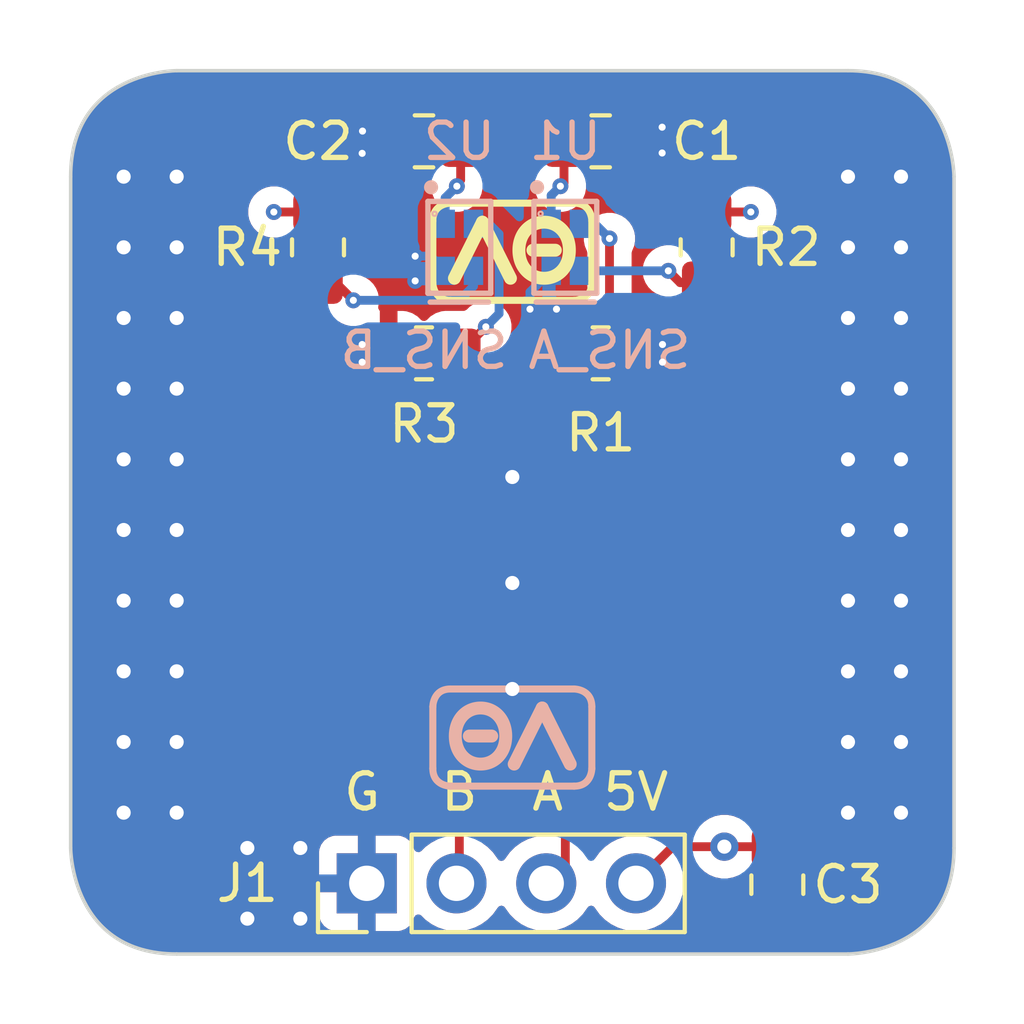
<source format=kicad_pcb>
(kicad_pcb (version 20241229) (generator "pcbnew") (generator_version "9.0")
  (layers (0 "F.Cu" power) (4 "In1.Cu" signal) (6 "In2.Cu" signal) (2 "B.Cu" power) (13 "F.Paste" user) (15 "B.Paste" user) (5 "F.SilkS" user "F.Silkscreen") (7 "B.SilkS" user "B.Silkscreen") (1 "F.Mask" user) (3 "B.Mask" user) (25 "Edge.Cuts" user))
  (net 0 "")
  (net 1 "GND")
  (net 2 "Net-(U1-A)")
  (net 3 "Net-(U2-A)")
  (net 4 "SENSE_A")
  (net 5 "+5V")
  (net 6 "SENSE_B")
  (footprint "Resistor_SMD:R_0805_2012Metric_Pad1.20x1.40mm_HandSolder" (layer "F.Cu") (at 110 108 180)
    (property "Reference" "R3" (at 0 -2 0) (layer "F.SilkS"))
    (property "Value" "680" (hide yes))
    (fp_line (start -0.227064 0.735) (end 0.227064 0.735) (stroke (width 0.12)) (layer "F.SilkS"))
    (fp_line (start -0.227064 -0.735) (end 0.227064 -0.735) (stroke (width 0.12)) (layer "F.SilkS"))
    (pad "1" smd roundrect (at -1 0 180) (size 1.2 1.4) (layers "F.Cu" "F.Mask" "F.Paste") (roundrect_rratio 0.208333) (net 6 "SENSE_B"))
    (pad "2" smd roundrect (at 1 0 180) (size 1.2 1.4) (layers "F.Cu" "F.Mask" "F.Paste") (roundrect_rratio 0.208333) (net 1 "GND"))
  )
  (footprint "Resistor_SMD:R_0805_2012Metric_Pad1.20x1.40mm_HandSolder" (layer "F.Cu") (at 118 105 90)
    (property "Reference" "R2" (at 0 2.25 180) (layer "F.SilkS"))
    (property "Value" "390" (hide yes))
    (fp_line (start -0.227064 -0.735) (end 0.227064 -0.735) (stroke (width 0.12)) (layer "F.SilkS"))
    (fp_line (start -0.227064 0.735) (end 0.227064 0.735) (stroke (width 0.12)) (layer "F.SilkS"))
    (pad "1" smd roundrect (at -1 0 90) (size 1.2 1.4) (layers "F.Cu" "F.Mask" "F.Paste") (roundrect_rratio 0.208333) (net 2 "Net-(U1-A)"))
    (pad "2" smd roundrect (at 1 0 90) (size 1.2 1.4) (layers "F.Cu" "F.Mask" "F.Paste") (roundrect_rratio 0.208333) (net 5 "+5V"))
  )
  (footprint "Capacitor_SMD:C_0805_2012Metric_Pad1.18x1.45mm_HandSolder" (layer "F.Cu") (at 110 102 180)
    (property "Reference" "C2" (at 3 0 180) (layer "F.SilkS"))
    (property "Value" "100nF" (hide yes))
    (fp_line (start -0.261252 0.735) (end 0.261252 0.735) (stroke (width 0.12)) (layer "F.SilkS"))
    (fp_line (start -0.261252 -0.735) (end 0.261252 -0.735) (stroke (width 0.12)) (layer "F.SilkS"))
    (pad "1" smd roundrect (at -1.0375 0 180) (size 1.175 1.45) (layers "F.Cu" "F.Mask" "F.Paste") (roundrect_rratio 0.212766) (net 5 "+5V"))
    (pad "2" smd roundrect (at 1.0375 0 180) (size 1.175 1.45) (layers "F.Cu" "F.Mask" "F.Paste") (roundrect_rratio 0.212766) (net 1 "GND"))
  )
  (footprint "Connector_PinHeader_2.54mm:PinHeader_1x04_P2.54mm_Vertical" (layer "F.Cu") (at 108.38 123 90)
    (property "Reference" "J1" (at 0 -3.38 180) (layer "F.SilkS"))
    (property "Value" "Conn_01x04" (hide yes))
    (fp_line (start -1.38 -1.38) (end 0 -1.38) (stroke (width 0.12)) (layer "F.SilkS"))
    (fp_line (start -1.38 0) (end -1.38 -1.38) (stroke (width 0.12)) (layer "F.SilkS"))
    (fp_line (start 1.38 1.27) (end 1.38 9) (stroke (width 0.12)) (layer "F.SilkS"))
    (fp_line (start -1.38 1.27) (end 1.38 1.27) (stroke (width 0.12)) (layer "F.SilkS"))
    (fp_line (start -1.38 1.27) (end -1.38 9) (stroke (width 0.12)) (layer "F.SilkS"))
    (fp_line (start -1.38 9) (end 1.38 9) (stroke (width 0.12)) (layer "F.SilkS"))
    (pad "1" thru_hole rect (at 0 0 90) (size 1.7 1.7) (drill 1) (layers "*.Cu" "*.Mask") (net 1 "GND"))
    (pad "2" thru_hole circle (at 0 2.54 90) (size 1.7 1.7) (drill 1) (layers "*.Cu" "*.Mask") (net 6 "SENSE_B"))
    (pad "3" thru_hole circle (at 0 5.08 90) (size 1.7 1.7) (drill 1) (layers "*.Cu" "*.Mask") (net 4 "SENSE_A"))
    (pad "4" thru_hole circle (at 0 7.62 90) (size 1.7 1.7) (drill 1) (layers "*.Cu" "*.Mask") (net 5 "+5V"))
  )
  (footprint "Resistor_SMD:R_0805_2012Metric_Pad1.20x1.40mm_HandSolder" (layer "F.Cu") (at 107 105 90)
    (property "Reference" "R4" (at 0 -2 0) (layer "F.SilkS"))
    (property "Value" "390" (hide yes))
    (fp_line (start -0.227064 -0.735) (end 0.227064 -0.735) (stroke (width 0.12)) (layer "F.SilkS"))
    (fp_line (start -0.227064 0.735) (end 0.227064 0.735) (stroke (width 0.12)) (layer "F.SilkS"))
    (pad "1" smd roundrect (at -1 0 90) (size 1.2 1.4) (layers "F.Cu" "F.Mask" "F.Paste") (roundrect_rratio 0.208333) (net 3 "Net-(U2-A)"))
    (pad "2" smd roundrect (at 1 0 90) (size 1.2 1.4) (layers "F.Cu" "F.Mask" "F.Paste") (roundrect_rratio 0.208333) (net 5 "+5V"))
  )
  (footprint "Resistor_SMD:R_0805_2012Metric_Pad1.20x1.40mm_HandSolder" (layer "F.Cu") (at 115 108)
    (property "Reference" "R1" (at 0 2.25 0) (layer "F.SilkS"))
    (property "Value" "680" (hide yes))
    (fp_line (start -0.227064 -0.735) (end 0.227064 -0.735) (stroke (width 0.12)) (layer "F.SilkS"))
    (fp_line (start -0.227064 0.735) (end 0.227064 0.735) (stroke (width 0.12)) (layer "F.SilkS"))
    (pad "1" smd roundrect (at -1 0) (size 1.2 1.4) (layers "F.Cu" "F.Mask" "F.Paste") (roundrect_rratio 0.208333) (net 4 "SENSE_A"))
    (pad "2" smd roundrect (at 1 0) (size 1.2 1.4) (layers "F.Cu" "F.Mask" "F.Paste") (roundrect_rratio 0.208333) (net 1 "GND"))
  )
  (footprint "Capacitor_SMD:C_0805_2012Metric_Pad1.18x1.45mm_HandSolder" (layer "F.Cu") (at 115 102)
    (property "Reference" "C1" (at 3 0 180) (layer "F.SilkS"))
    (property "Value" "100nF" (hide yes))
    (fp_line (start -0.261252 -0.735) (end 0.261252 -0.735) (stroke (width 0.12)) (layer "F.SilkS"))
    (fp_line (start -0.261252 0.735) (end 0.261252 0.735) (stroke (width 0.12)) (layer "F.SilkS"))
    (pad "1" smd roundrect (at -1.0375 0) (size 1.175 1.45) (layers "F.Cu" "F.Mask" "F.Paste") (roundrect_rratio 0.212766) (net 5 "+5V"))
    (pad "2" smd roundrect (at 1.0375 0) (size 1.175 1.45) (layers "F.Cu" "F.Mask" "F.Paste") (roundrect_rratio 0.212766) (net 1 "GND"))
  )
  (footprint "Capacitor_SMD:C_0805_2012Metric_Pad1.18x1.45mm_HandSolder" (layer "F.Cu") (at 120 123.0375 -90)
    (property "Reference" "C3" (at 0 -2 0) (layer "F.SilkS"))
    (property "Value" "10uF" (hide yes))
    (fp_line (start -0.261252 0.735) (end 0.261252 0.735) (stroke (width 0.12)) (layer "F.SilkS"))
    (fp_line (start -0.261252 -0.735) (end 0.261252 -0.735) (stroke (width 0.12)) (layer "F.SilkS"))
    (pad "1" smd roundrect (at -1.0375 0 270) (size 1.175 1.45) (layers "F.Cu" "F.Mask" "F.Paste") (roundrect_rratio 0.212766) (net 5 "+5V"))
    (pad "2" smd roundrect (at 1.0375 0 270) (size 1.175 1.45) (layers "F.Cu" "F.Mask" "F.Paste") (roundrect_rratio 0.212766) (net 1 "GND"))
  )
  (footprint "open-servo-controller:OPTO-SMD-4_ITR1204SR10A" (layer "B.Cu") (at 114 105)
    (property "Reference" "U1" (at 0 -3 0) (layer "B.SilkS") (effects (justify mirror)))
    (property "Value" "ITR1204SR10A_TR(BY)" (hide yes))
    (fp_line (start -0.8889 -1.299975) (end -0.8889 1.300051) (stroke (width 0.151994)) (layer "B.SilkS"))
    (fp_line (start -0.8889 -1.299975) (end 0.889103 -1.299975) (stroke (width 0.151994)) (layer "B.SilkS"))
    (fp_line (start -0.8889 1.300051) (end 0.889027 1.300051) (stroke (width 0.151994)) (layer "B.SilkS"))
    (fp_line (start -0.824968 1.550013) (end 0.825019 1.550013) (stroke (width 0.151994)) (layer "B.SilkS"))
    (fp_line (start 0.889103 -1.299975) (end 0.889027 1.300051) (stroke (width 0.151994)) (layer "B.SilkS"))
    (fp_circle (center -0.799949 -1.699975) (end -0.699949 -1.699975) (stroke (width 0.2)) (fill no) (layer "B.SilkS"))
    (fp_circle (center -0.700025 -0.949962) (end -0.670028 -0.949962) (stroke (width 0.059995)) (fill no) (layer "B.SilkS"))
    (pad "1" smd rect (at -0.400051 -0.664973 270) (size 0.8 0.550013) (layers "B.Cu" "B.Mask" "B.Paste") (net 5 "+5V"))
    (pad "2" smd rect (at 0.400051 -0.664973 270) (size 0.8 0.550013) (layers "B.Cu" "B.Mask" "B.Paste") (net 4 "SENSE_A"))
    (pad "3" smd rect (at 0.400051 0.664973 270) (size 0.8 0.550013) (layers "B.Cu" "B.Mask" "B.Paste") (net 2 "Net-(U1-A)"))
    (pad "4" smd rect (at -0.399797 0.664973 270) (size 0.8 0.550013) (layers "B.Cu" "B.Mask" "B.Paste") (net 1 "GND"))
  )
  (footprint "open-servo-controller:OPTO-SMD-4_ITR1204SR10A" (layer "B.Cu") (at 111 105)
    (property "Reference" "U2" (at 0 -3 0) (layer "B.SilkS") (effects (justify mirror)))
    (property "Value" "ITR1204SR10A_TR(BY)" (hide yes))
    (fp_line (start -0.8889 -1.299975) (end -0.8889 1.300051) (stroke (width 0.151994)) (layer "B.SilkS"))
    (fp_line (start -0.8889 -1.299975) (end 0.889103 -1.299975) (stroke (width 0.151994)) (layer "B.SilkS"))
    (fp_line (start -0.8889 1.300051) (end 0.889027 1.300051) (stroke (width 0.151994)) (layer "B.SilkS"))
    (fp_line (start -0.824968 1.550013) (end 0.825019 1.550013) (stroke (width 0.151994)) (layer "B.SilkS"))
    (fp_line (start 0.889103 -1.299975) (end 0.889027 1.300051) (stroke (width 0.151994)) (layer "B.SilkS"))
    (fp_circle (center -0.799949 -1.699975) (end -0.699949 -1.699975) (stroke (width 0.2)) (fill no) (layer "B.SilkS"))
    (fp_circle (center -0.700025 -0.949962) (end -0.670028 -0.949962) (stroke (width 0.059995)) (fill no) (layer "B.SilkS"))
    (pad "1" smd rect (at -0.400051 -0.664973 270) (size 0.8 0.550013) (layers "B.Cu" "B.Mask" "B.Paste") (net 5 "+5V"))
    (pad "2" smd rect (at 0.400051 -0.664973 270) (size 0.8 0.550013) (layers "B.Cu" "B.Mask" "B.Paste") (net 6 "SENSE_B"))
    (pad "3" smd rect (at 0.400051 0.664973 270) (size 0.8 0.550013) (layers "B.Cu" "B.Mask" "B.Paste") (net 3 "Net-(U2-A)"))
    (pad "4" smd rect (at -0.399797 0.664973 270) (size 0.8 0.550013) (layers "B.Cu" "B.Mask" "B.Paste") (net 1 "GND"))
  )
  (gr_line (start 114.25 106.5) (end 110.75 106.5) (stroke (width 0.2)) (layer "F.SilkS"))
  (gr_line (start 111.654191 104.288074) (end 112.447941 105.875574) (stroke (width 0.365124) (color 128 128 128 1)) (layer "F.SilkS"))
  (gr_line (start 114.75 104.25) (end 114.75 106) (stroke (width 0.2)) (layer "F.SilkS"))
  (gr_poly (pts (xy 113.437408 104.288999) (xy 113.473867 104.291756) (xy 113.509773 104.296315) (xy 113.545083 104.302647) (xy 113.579754 104.310723) (xy 113.613742 104.320514) (xy 113.647003 104.331991) (xy 113.679493 104.345125) (xy 113.71117 104.359886) (xy 113.74199 104.376247) (xy 113.771908 104.394177) (xy 113.800881 104.413648) (xy 113.828867 104.43463) (xy 113.85582 104.457095) (xy 113.881698 104.481013) (xy 113.906456 104.506355) (xy 113.930052 104.533093) (xy 113.952442 104.561197) (xy 113.973582 104.590638) (xy 113.993428 104.621387) (xy 114.011937 104.653415) (xy 114.029065 104.686693) (xy 114.044769 104.721192) (xy 114.059005 104.756882) (xy 114.07173 104.793736) (xy 114.082899 104.831723) (xy 114.09247 104.870814) (xy 114.100398 104.910982) (xy 114.10664 104.952195) (xy 114.111153 104.994426) (xy 114.113893 105.037645) (xy 114.114816 105.081824) (xy 114.113893 105.126002) (xy 114.111153 105.169222) (xy 114.10664 105.211453) (xy 114.100398 105.252666) (xy 114.09247 105.292833) (xy 114.082899 105.331925) (xy 114.07173 105.369912) (xy 114.059005 105.406765) (xy 114.044769 105.442456) (xy 114.029065 105.476955) (xy 114.011937 105.510233) (xy 113.993428 105.542261) (xy 113.973582 105.57301) (xy 113.952442 105.602451) (xy 113.930052 105.630555) (xy 113.906456 105.657293) (xy 113.881698 105.682635) (xy 113.85582 105.706553) (xy 113.828867 105.729018) (xy 113.800881 105.75) (xy 113.771908 105.769471) (xy 113.74199 105.787401) (xy 113.71117 105.803761) (xy 113.679493 105.818523) (xy 113.647003 105.831657) (xy 113.613742 105.843134) (xy 113.579754 105.852925) (xy 113.545083 105.861001) (xy 113.509773 105.867333) (xy 113.473867 105.871892) (xy 113.437408 105.874648) (xy 113.400441 105.875574) (xy 113.363474 105.874648) (xy 113.327015 105.871892) (xy 113.291109 105.867333) (xy 113.255798 105.861001) (xy 113.221128 105.852925) (xy 113.18714 105.843134) (xy 113.153879 105.831657) (xy 113.121388 105.818523) (xy 113.089711 105.803761) (xy 113.058892 105.787401) (xy 113.028974 105.769471) (xy 113 105.75) (xy 112.972015 105.729018) (xy 112.945062 105.706553) (xy 112.919184 105.682635) (xy 112.894425 105.657293) (xy 112.870829 105.630555) (xy 112.84844 105.602451) (xy 112.8273 105.57301) (xy 112.807454 105.542261) (xy 112.788945 105.510233) (xy 112.771816 105.476955) (xy 112.756112 105.442456) (xy 112.741876 105.406765) (xy 112.729152 105.369912) (xy 112.717982 105.331925) (xy 112.708412 105.292833) (xy 112.700483 105.252666) (xy 112.694241 105.211453) (xy 112.689728 105.169222) (xy 112.686989 105.126002) (xy 112.686066 105.081824) (xy 112.686989 105.037645) (xy 112.689728 104.994426) (xy 112.694241 104.952195) (xy 112.700483 104.910982) (xy 112.708412 104.870814) (xy 112.717982 104.831723) (xy 112.729152 104.793736) (xy 112.741876 104.756882) (xy 112.756112 104.721192) (xy 112.771816 104.686693) (xy 112.788945 104.653415) (xy 112.807454 104.621387) (xy 112.8273 104.590638) (xy 112.84844 104.561197) (xy 112.870829 104.533093) (xy 112.894425 104.506355) (xy 112.919184 104.481013) (xy 112.945062 104.457095) (xy 112.972015 104.43463) (xy 113 104.413648) (xy 113.028974 104.394177) (xy 113.058892 104.376247) (xy 113.089711 104.359886) (xy 113.121388 104.345125) (xy 113.153879 104.331991) (xy 113.18714 104.320514) (xy 113.221128 104.310723) (xy 113.255798 104.302647) (xy 113.291109 104.296315) (xy 113.327015 104.291756) (xy 113.363474 104.288999) (xy 113.400441 104.288074)) (stroke (width 0.365124) (color 128 128 128 1)) (fill no) (layer "F.SilkS"))
  (gr_curve (pts (xy 110.75 106.5) (xy 110.25 106.5) (xy 110.25 106) (xy 110.25 106)) (stroke (width 0.2)) (layer "F.SilkS"))
  (gr_line (start 110.25 106) (end 110.25 104.25) (stroke (width 0.2)) (layer "F.SilkS"))
  (gr_line (start 110.860441 105.875574) (end 111.654191 104.288074) (stroke (width 0.365124) (color 128 128 128 1)) (layer "F.SilkS"))
  (gr_curve (pts (xy 114.75 106) (xy 114.75 106.5) (xy 114.25 106.5) (xy 114.25 106.5)) (stroke (width 0.2)) (layer "F.SilkS"))
  (gr_curve (pts (xy 114.25 103.75) (xy 114.75 103.75) (xy 114.75 104.25) (xy 114.75 104.25)) (stroke (width 0.2)) (layer "F.SilkS"))
  (gr_line (start 113.082941 105.081824) (end 113.717941 105.081824) (stroke (width 0.365124) (color 128 128 128 1)) (layer "F.SilkS"))
  (gr_line (start 110.75 103.75) (end 114.25 103.75) (stroke (width 0.2)) (layer "F.SilkS"))
  (gr_curve (pts (xy 110.25 104.25) (xy 110.25 103.75) (xy 110.75 103.75) (xy 110.75 103.75)) (stroke (width 0.2)) (layer "F.SilkS"))
  (gr_line (start 110.25 118) (end 110.25 119.75) (stroke (width 0.2)) (layer "B.SilkS"))
  (gr_curve (pts (xy 114.25 120.25) (xy 114.75 120.25) (xy 114.75 119.75) (xy 114.75 119.75)) (stroke (width 0.2)) (layer "B.SilkS"))
  (gr_curve (pts (xy 110.75 117.5) (xy 110.25 117.5) (xy 110.25 118) (xy 110.25 118)) (stroke (width 0.2)) (layer "B.SilkS"))
  (gr_line (start 111.917059 118.831824) (end 111.282059 118.831824) (stroke (width 0.365124) (color 128 128 128 1)) (layer "B.SilkS"))
  (gr_curve (pts (xy 114.75 118) (xy 114.75 117.5) (xy 114.25 117.5) (xy 114.25 117.5)) (stroke (width 0.2)) (layer "B.SilkS"))
  (gr_line (start 114.25 117.5) (end 110.75 117.5) (stroke (width 0.2)) (layer "B.SilkS"))
  (gr_poly (pts (xy 111.562592 118.038999) (xy 111.526133 118.041756) (xy 111.490227 118.046315) (xy 111.454917 118.052647) (xy 111.420246 118.060723) (xy 111.386258 118.070514) (xy 111.352997 118.081991) (xy 111.320507 118.095125) (xy 111.28883 118.109886) (xy 111.25801 118.126247) (xy 111.228092 118.144177) (xy 111.199119 118.163648) (xy 111.171133 118.18463) (xy 111.14418 118.207095) (xy 111.118302 118.231013) (xy 111.093544 118.256355) (xy 111.069948 118.283093) (xy 111.047558 118.311197) (xy 111.026418 118.340638) (xy 111.006572 118.371387) (xy 110.988063 118.403415) (xy 110.970935 118.436693) (xy 110.955231 118.471192) (xy 110.940995 118.506882) (xy 110.92827 118.543736) (xy 110.917101 118.581723) (xy 110.90753 118.620814) (xy 110.899602 118.660982) (xy 110.89336 118.702195) (xy 110.888847 118.744426) (xy 110.886107 118.787645) (xy 110.885184 118.831824) (xy 110.886107 118.876002) (xy 110.888847 118.919222) (xy 110.89336 118.961453) (xy 110.899602 119.002666) (xy 110.90753 119.042833) (xy 110.917101 119.081925) (xy 110.92827 119.119912) (xy 110.940995 119.156765) (xy 110.955231 119.192456) (xy 110.970935 119.226955) (xy 110.988063 119.260233) (xy 111.006572 119.292261) (xy 111.026418 119.32301) (xy 111.047558 119.352451) (xy 111.069948 119.380555) (xy 111.093544 119.407293) (xy 111.118302 119.432635) (xy 111.14418 119.456553) (xy 111.171133 119.479018) (xy 111.199119 119.5) (xy 111.228092 119.519471) (xy 111.25801 119.537401) (xy 111.28883 119.553761) (xy 111.320507 119.568523) (xy 111.352997 119.581657) (xy 111.386258 119.593134) (xy 111.420246 119.602925) (xy 111.454917 119.611001) (xy 111.490227 119.617333) (xy 111.526133 119.621892) (xy 111.562592 119.624648) (xy 111.599559 119.625574) (xy 111.636526 119.624648) (xy 111.672985 119.621892) (xy 111.708891 119.617333) (xy 111.744202 119.611001) (xy 111.778872 119.602925) (xy 111.81286 119.593134) (xy 111.846121 119.581657) (xy 111.878612 119.568523) (xy 111.910289 119.553761) (xy 111.941108 119.537401) (xy 111.971026 119.519471) (xy 112 119.5) (xy 112.027985 119.479018) (xy 112.054938 119.456553) (xy 112.080816 119.432635) (xy 112.105575 119.407293) (xy 112.129171 119.380555) (xy 112.15156 119.352451) (xy 112.1727 119.32301) (xy 112.192546 119.292261) (xy 112.211055 119.260233) (xy 112.228184 119.226955) (xy 112.243888 119.192456) (xy 112.258124 119.156765) (xy 112.270848 119.119912) (xy 112.282018 119.081925) (xy 112.291588 119.042833) (xy 112.299517 119.002666) (xy 112.305759 118.961453) (xy 112.310272 118.919222) (xy 112.313011 118.876002) (xy 112.313934 118.831824) (xy 112.313011 118.787645) (xy 112.310272 118.744426) (xy 112.305759 118.702195) (xy 112.299517 118.660982) (xy 112.291588 118.620814) (xy 112.282018 118.581723) (xy 112.270848 118.543736) (xy 112.258124 118.506882) (xy 112.243888 118.471192) (xy 112.228184 118.436693) (xy 112.211055 118.403415) (xy 112.192546 118.371387) (xy 112.1727 118.340638) (xy 112.15156 118.311197) (xy 112.129171 118.283093) (xy 112.105575 118.256355) (xy 112.080816 118.231013) (xy 112.054938 118.207095) (xy 112.027985 118.18463) (xy 112 118.163648) (xy 111.971026 118.144177) (xy 111.941108 118.126247) (xy 111.910289 118.109886) (xy 111.878612 118.095125) (xy 111.846121 118.081991) (xy 111.81286 118.070514) (xy 111.778872 118.060723) (xy 111.744202 118.052647) (xy 111.708891 118.046315) (xy 111.672985 118.041756) (xy 111.636526 118.038999) (xy 111.599559 118.038074)) (stroke (width 0.365124) (color 128 128 128 1)) (fill no) (layer "B.SilkS"))
  (gr_curve (pts (xy 110.25 119.75) (xy 110.25 120.25) (xy 110.75 120.25) (xy 110.75 120.25)) (stroke (width 0.2)) (layer "B.SilkS"))
  (gr_line (start 114.139559 119.625574) (end 113.345809 118.038074) (stroke (width 0.365124) (color 128 128 128 1)) (layer "B.SilkS"))
  (gr_line (start 114.75 119.75) (end 114.75 118) (stroke (width 0.2)) (layer "B.SilkS"))
  (gr_line (start 110.75 120.25) (end 114.25 120.25) (stroke (width 0.2)) (layer "B.SilkS"))
  (gr_line (start 113.345809 118.038074) (end 112.552059 119.625574) (stroke (width 0.365124) (color 128 128 128 1)) (layer "B.SilkS"))
  (gr_curve (pts (xy 125 122) (xy 125 125) (xy 122 125) (xy 122 125)) (stroke (width 0.1)) (layer "Edge.Cuts"))
  (gr_line (start 103 100) (end 122 100) (stroke (width 0.1)) (layer "Edge.Cuts"))
  (gr_line (start 125 103) (end 125 122) (stroke (width 0.1)) (layer "Edge.Cuts"))
  (gr_curve (pts (xy 103 125) (xy 100 125) (xy 100 122) (xy 100 122)) (stroke (width 0.1)) (layer "Edge.Cuts"))
  (gr_line (start 100 103) (end 100 122) (stroke (width 0.1)) (layer "Edge.Cuts"))
  (gr_curve (pts (xy 100 103) (xy 100 100) (xy 103 100) (xy 103 100)) (stroke (width 0.1)) (layer "Edge.Cuts"))
  (gr_curve (pts (xy 122 100) (xy 125 100) (xy 125 103) (xy 125 103)) (stroke (width 0.1)) (layer "Edge.Cuts"))
  (gr_line (start 103 125) (end 122 125) (stroke (width 0.1)) (layer "Edge.Cuts"))
  (gr_text "B" (at 111 121 0) (layer "F.SilkS") (effects (font (size 1 1)) (justify bottom)))
  (gr_text "5V" (at 116 121 0) (layer "F.SilkS") (effects (font (size 1 1)) (justify bottom)))
  (gr_text "G" (at 108.25 121 0) (layer "F.SilkS") (effects (font (size 1 1)) (justify bottom)))
  (gr_text "A" (at 113.5 121 0) (layer "F.SilkS") (effects (font (size 1 1)) (justify bottom)))
  (gr_text "SNS_A" (at 115.25 108.5 0) (layer "B.SilkS") (effects (font (size 1 1)) (justify bottom mirror)))
  (gr_text "SNS_B" (at 110 108.5 0) (layer "B.SilkS") (effects (font (size 1 1)) (justify bottom mirror)))
  (segment (start 108.25 102.34) (end 108.6225 102.34) (width 0.25) (layer "F.Cu") (net 1))
  (segment (start 116.75 108.25) (end 116.25 108.25) (width 0.25) (layer "F.Cu") (net 1))
  (segment (start 108.6225 102.34) (end 108.9625 102) (width 0.25) (layer "F.Cu") (net 1))
  (segment (start 116.25 108.25) (end 116 108) (width 0.25) (layer "F.Cu") (net 1))
  (segment (start 116.25 107.75) (end 116 108) (width 0.25) (layer "F.Cu") (net 1))
  (segment (start 116.74 101.6) (end 116.34 102) (width 0.25) (layer "F.Cu") (net 1))
  (segment (start 116.41 102) (end 116.0375 102) (width 0.25) (layer "F.Cu") (net 1))
  (segment (start 116.75 107.75) (end 116.25 107.75) (width 0.25) (layer "F.Cu") (net 1))
  (segment (start 108.75 108.25) (end 109 108) (width 0.25) (layer "F.Cu") (net 1))
  (segment (start 108.25 107.75) (end 108.75 107.75) (width 0.25) (layer "F.Cu") (net 1))
  (segment (start 108.75 107.75) (end 109 108) (width 0.25) (layer "F.Cu") (net 1))
  (segment (start 108.6725 101.71) (end 108.9625 102) (width 0.25) (layer "F.Cu") (net 1))
  (segment (start 108.25 108.25) (end 108.75 108.25) (width 0.25) (layer "F.Cu") (net 1))
  (segment (start 116.34 102) (end 116.0375 102) (width 0.25) (layer "F.Cu") (net 1))
  (segment (start 108.26 101.71) (end 108.6725 101.71) (width 0.25) (layer "F.Cu") (net 1))
  (segment (start 116.74 102.33) (end 116.41 102) (width 0.25) (layer "F.Cu") (net 1))
  (via (at 123.5 113) (size 0.8) (drill 0.4) (layers "F.Cu" "B.Cu") (net 1))
  (via (at 123.5 111) (size 0.8) (drill 0.4) (layers "F.Cu" "B.Cu") (net 1))
  (via (at 101.5 115) (size 0.8) (drill 0.4) (layers "F.Cu" "B.Cu") (net 1))
  (via (at 101.5 119) (size 0.8) (drill 0.4) (layers "F.Cu" "B.Cu") (net 1))
  (via (at 122 119) (size 0.8) (drill 0.4) (layers "F.Cu" "B.Cu") (net 1))
  (via (at 122 121) (size 0.8) (drill 0.4) (layers "F.Cu" "B.Cu") (net 1))
  (via (at 122 117) (size 0.8) (drill 0.4) (layers "F.Cu" "B.Cu") (net 1))
  (via (at 122 103) (size 0.8) (drill 0.4) (layers "F.Cu" "B.Cu") (net 1))
  (via (at 101.5 109) (size 0.8) (drill 0.4) (layers "F.Cu" "B.Cu") (net 1))
  (via (at 122 115) (size 0.8) (drill 0.4) (layers "F.Cu" "B.Cu") (net 1))
  (via (at 112.5 114.5) (size 0.8) (drill 0.4) (layers "F.Cu" "B.Cu") (net 1))
  (via (at 105 124) (size 0.8) (drill 0.4) (layers "F.Cu" "B.Cu") (net 1))
  (via (at 101.5 103) (size 0.8) (drill 0.4) (layers "F.Cu" "B.Cu") (net 1))
  (via (at 116.75 107.75) (size 0.45) (drill 0.2) (layers "F.Cu" "B.Cu") (net 1))
  (via (at 112.5 117.5) (size 0.8) (drill 0.4) (layers "F.Cu" "B.Cu") (net 1))
  (via (at 103 121) (size 0.8) (drill 0.4) (layers "F.Cu" "B.Cu") (net 1))
  (via (at 101.5 105) (size 0.8) (drill 0.4) (layers "F.Cu" "B.Cu") (net 1))
  (via (at 101.5 107) (size 0.8) (drill 0.4) (layers "F.Cu" "B.Cu") (net 1))
  (via (at 101.5 117) (size 0.8) (drill 0.4) (layers "F.Cu" "B.Cu") (net 1))
  (via (at 103 113) (size 0.8) (drill 0.4) (layers "F.Cu" "B.Cu") (net 1))
  (via (at 103 115) (size 0.8) (drill 0.4) (layers "F.Cu" "B.Cu") (net 1))
  (via (at 123.5 103) (size 0.8) (drill 0.4) (layers "F.Cu" "B.Cu") (net 1))
  (via (at 103 109) (size 0.8) (drill 0.4) (layers "F.Cu" "B.Cu") (net 1))
  (via (at 122 105) (size 0.8) (drill 0.4) (layers "F.Cu" "B.Cu") (net 1))
  (via (at 122 107) (size 0.8) (drill 0.4) (layers "F.Cu" "B.Cu") (net 1))
  (via (at 101.5 113) (size 0.8) (drill 0.4) (layers "F.Cu" "B.Cu") (net 1))
  (via (at 112.5 111.5) (size 0.8) (drill 0.4) (layers "F.Cu" "B.Cu") (net 1))
  (via (at 103 117) (size 0.8) (drill 0.4) (layers "F.Cu" "B.Cu") (net 1))
  (via (at 113 106.75) (size 0.45) (drill 0.2) (layers "F.Cu" "B.Cu") (net 1))
  (via (at 108.25 107.75) (size 0.45) (drill 0.2) (layers "F.Cu" "B.Cu") (net 1))
  (via (at 103 103) (size 0.8) (drill 0.4) (layers "F.Cu" "B.Cu") (net 1))
  (via (at 122 111) (size 0.8) (drill 0.4) (layers "F.Cu" "B.Cu") (net 1))
  (via (at 116.74 102.33) (size 0.45) (drill 0.2) (layers "F.Cu" "B.Cu") (net 1))
  (via (at 123.5 117) (size 0.8) (drill 0.4) (layers "F.Cu" "B.Cu") (net 1))
  (via (at 103 107) (size 0.8) (drill 0.4) (layers "F.Cu" "B.Cu") (net 1))
  (via (at 109.75 105.25) (size 0.45) (drill 0.2) (layers "F.Cu" "B.Cu") (net 1))
  (via (at 103 119) (size 0.8) (drill 0.4) (layers "F.Cu" "B.Cu") (net 1))
  (via (at 123.5 115) (size 0.8) (drill 0.4) (layers "F.Cu" "B.Cu") (net 1))
  (via (at 123.5 109) (size 0.8) (drill 0.4) (layers "F.Cu" "B.Cu") (net 1))
  (via (at 122 109) (size 0.8) (drill 0.4) (layers "F.Cu" "B.Cu") (net 1))
  (via (at 109.75 105.95) (size 0.45) (drill 0.2) (layers "F.Cu" "B.Cu") (net 1))
  (via (at 108.26 101.71) (size 0.45) (drill 0.2) (layers "F.Cu" "B.Cu") (net 1))
  (via (at 106.5 122) (size 0.8) (drill 0.4) (layers "F.Cu" "B.Cu") (net 1))
  (via (at 123.5 121) (size 0.8) (drill 0.4) (layers "F.Cu" "B.Cu") (net 1))
  (via (at 108.25 102.34) (size 0.45) (drill 0.2) (layers "F.Cu" "B.Cu") (net 1))
  (via (at 103 111) (size 0.8) (drill 0.4) (layers "F.Cu" "B.Cu") (net 1))
  (via (at 116.74 101.6) (size 0.45) (drill 0.2) (layers "F.Cu" "B.Cu") (net 1))
  (via (at 105 122) (size 0.8) (drill 0.4) (layers "F.Cu" "B.Cu") (net 1))
  (via (at 123.5 119) (size 0.8) (drill 0.4) (layers "F.Cu" "B.Cu") (net 1))
  (via (at 116.75 108.25) (size 0.45) (drill 0.2) (layers "F.Cu" "B.Cu") (net 1))
  (via (at 106.5 124) (size 0.8) (drill 0.4) (layers "F.Cu" "B.Cu") (net 1))
  (via (at 108.25 108.25) (size 0.45) (drill 0.2) (layers "F.Cu" "B.Cu") (net 1))
  (via (at 123.5 105) (size 0.8) (drill 0.4) (layers "F.Cu" "B.Cu") (net 1))
  (via (at 101.5 121) (size 0.8) (drill 0.4) (layers "F.Cu" "B.Cu") (net 1))
  (via (at 101.5 111) (size 0.8) (drill 0.4) (layers "F.Cu" "B.Cu") (net 1))
  (via (at 113.75 106.75) (size 0.45) (drill 0.2) (layers "F.Cu" "B.Cu") (net 1))
  (via (at 123.5 107) (size 0.8) (drill 0.4) (layers "F.Cu" "B.Cu") (net 1))
  (via (at 122 113) (size 0.8) (drill 0.4) (layers "F.Cu" "B.Cu") (net 1))
  (via (at 103 105) (size 0.8) (drill 0.4) (layers "F.Cu" "B.Cu") (net 1))
  (segment (start 113.600203 106.600203) (end 113.600203 105.664973) (width 0.25) (layer "B.Cu") (net 1))
  (segment (start 109.75 105.25) (end 110.18523 105.25) (width 0.25) (layer "B.Cu") (net 1))
  (segment (start 110.315176 105.95) (end 110.600203 105.664973) (width 0.25) (layer "B.Cu") (net 1))
  (segment (start 113 106.265176) (end 113 106.75) (width 0.25) (layer "B.Cu") (net 1))
  (segment (start 113.75 106.75) (end 113.600203 106.600203) (width 0.25) (layer "B.Cu") (net 1))
  (segment (start 109.75 105.95) (end 110.315176 105.95) (width 0.25) (layer "B.Cu") (net 1))
  (segment (start 113.600203 105.664973) (end 113 106.265176) (width 0.25) (layer "B.Cu") (net 1))
  (segment (start 110.18523 105.25) (end 110.600203 105.664973) (width 0.25) (layer "B.Cu") (net 1))
  (segment (start 117.25 106) (end 118 106) (width 0.25) (layer "F.Cu") (net 2))
  (segment (start 116.914973 105.664973) (end 117.25 106) (width 0.25) (layer "F.Cu") (net 2))
  (via (at 116.914973 105.664973) (size 0.45) (drill 0.2) (layers "F.Cu" "B.Cu") (net 2))
  (segment (start 116.914973 105.664973) (end 114.400051 105.664973) (width 0.25) (layer "B.Cu") (net 2))
  (segment (start 107.5 106) (end 107 106) (width 0.25) (layer "F.Cu") (net 3))
  (segment (start 108 106.5) (end 107.5 106) (width 0.25) (layer "F.Cu") (net 3))
  (via (at 108 106.5) (size 0.45) (drill 0.2) (layers "F.Cu" "B.Cu") (net 3))
  (segment (start 108 106.5) (end 111 106.5) (width 0.25) (layer "B.Cu") (net 3))
  (segment (start 111.400051 106.099949) (end 111.400051 105.664973) (width 0.25) (layer "B.Cu") (net 3))
  (segment (start 111 106.5) (end 111.400051 106.099949) (width 0.25) (layer "B.Cu") (net 3))
  (segment (start 114 122.46) (end 113.46 123) (width 0.25) (layer "F.Cu") (net 4))
  (segment (start 115.25 106.75) (end 114 108) (width 0.25) (layer "F.Cu") (net 4))
  (segment (start 115.25 104.75) (end 115.25 106.75) (width 0.25) (layer "F.Cu") (net 4))
  (segment (start 114 108) (end 114 122.46) (width 0.25) (layer "F.Cu") (net 4))
  (via (at 115.25 104.75) (size 0.45) (drill 0.2) (layers "F.Cu" "B.Cu") (net 4))
  (segment (start 115.25 104.75) (end 114.835027 104.335027) (width 0.25) (layer "B.Cu") (net 4))
  (segment (start 114.835027 104.335027) (end 114.400051 104.335027) (width 0.25) (layer "B.Cu") (net 4))
  (segment (start 118 104) (end 119.25 104) (width 0.25) (layer "F.Cu") (net 5))
  (segment (start 117.0375 121.9625) (end 116 123) (width 0.25) (layer "F.Cu") (net 5))
  (segment (start 118.5 121.9625) (end 117.0375 121.9625) (width 0.25) (layer "F.Cu") (net 5))
  (segment (start 118.5 121.9625) (end 119.9625 121.9625) (width 0.25) (layer "F.Cu") (net 5))
  (segment (start 119.9625 121.9625) (end 120 122) (width 0.25) (layer "F.Cu") (net 5))
  (segment (start 110.93 103.269898) (end 110.93 103.2) (width 0.25) (layer "F.Cu") (net 5))
  (segment (start 113.86 103.27) (end 113.9625 103.1675) (width 0.25) (layer "F.Cu") (net 5))
  (segment (start 110.93 103.2) (end 111.0375 103.0925) (width 0.25) (layer "F.Cu") (net 5))
  (segment (start 107 104) (end 105.75 104) (width 0.25) (layer "F.Cu") (net 5))
  (segment (start 111.0375 103.0925) (end 111.0375 102) (width 0.25) (layer "F.Cu") (net 5))
  (segment (start 113.9625 103.1675) (end 113.9625 102) (width 0.25) (layer "F.Cu") (net 5))
  (via (at 118.5 121.9625) (size 0.8) (drill 0.4) (layers "F.Cu" "B.Cu") (net 5))
  (via (at 113.86 103.27) (size 0.45) (drill 0.2) (layers "F.Cu" "B.Cu") (net 5))
  (via (at 119.25 104) (size 0.45) (drill 0.2) (layers "F.Cu" "B.Cu") (net 5))
  (via (at 105.75 104) (size 0.45) (drill 0.2) (layers "F.Cu" "B.Cu") (net 5))
  (via (at 110.93 103.269898) (size 0.45) (drill 0.2) (layers "F.Cu" "B.Cu") (net 5))
  (segment (start 110.599949 103.599949) (end 110.599949 104.335027) (width 0.25) (layer "B.Cu") (net 5))
  (segment (start 113.599949 103.530051) (end 113.599949 104.335027) (width 0.25) (layer "B.Cu") (net 5))
  (segment (start 110.93 103.269898) (end 110.599949 103.599949) (width 0.25) (layer "B.Cu") (net 5))
  (segment (start 113.86 103.27) (end 113.599949 103.530051) (width 0.25) (layer "B.Cu") (net 5))
  (segment (start 111.75 107.25) (end 111 108) (width 0.25) (layer "F.Cu") (net 6))
  (segment (start 111 108) (end 111 122.92) (width 0.25) (layer "F.Cu") (net 6))
  (segment (start 111 122.92) (end 110.92 123) (width 0.25) (layer "F.Cu") (net 6))
  (via (at 111.75 107.25) (size 0.45) (drill 0.2) (layers "F.Cu" "B.Cu") (net 6))
  (segment (start 111.835027 104.335027) (end 111.400051 104.335027) (width 0.25) (layer "B.Cu") (net 6))
  (segment (start 112.125 106.875) (end 112.125 104.625) (width 0.25) (layer "B.Cu") (net 6))
  (segment (start 112.125 104.625) (end 111.835027 104.335027) (width 0.25) (layer "B.Cu") (net 6))
  (segment (start 111.75 107.25) (end 112.125 106.875) (width 0.25) (layer "B.Cu") (net 6))
  (zone (net 1) (net_name "GND") (layers "F.Cu" "B.Cu" "In1.Cu") (connect_pads (clearance 0.5)) (min_thickness 0.25) (fill yes (thermal_gap 0.5) (thermal_bridge_width 0.5))
    (polygon (pts (xy 99 99) (xy 126 99) (xy 126 126) (xy 99 126)))
  )
)
</source>
